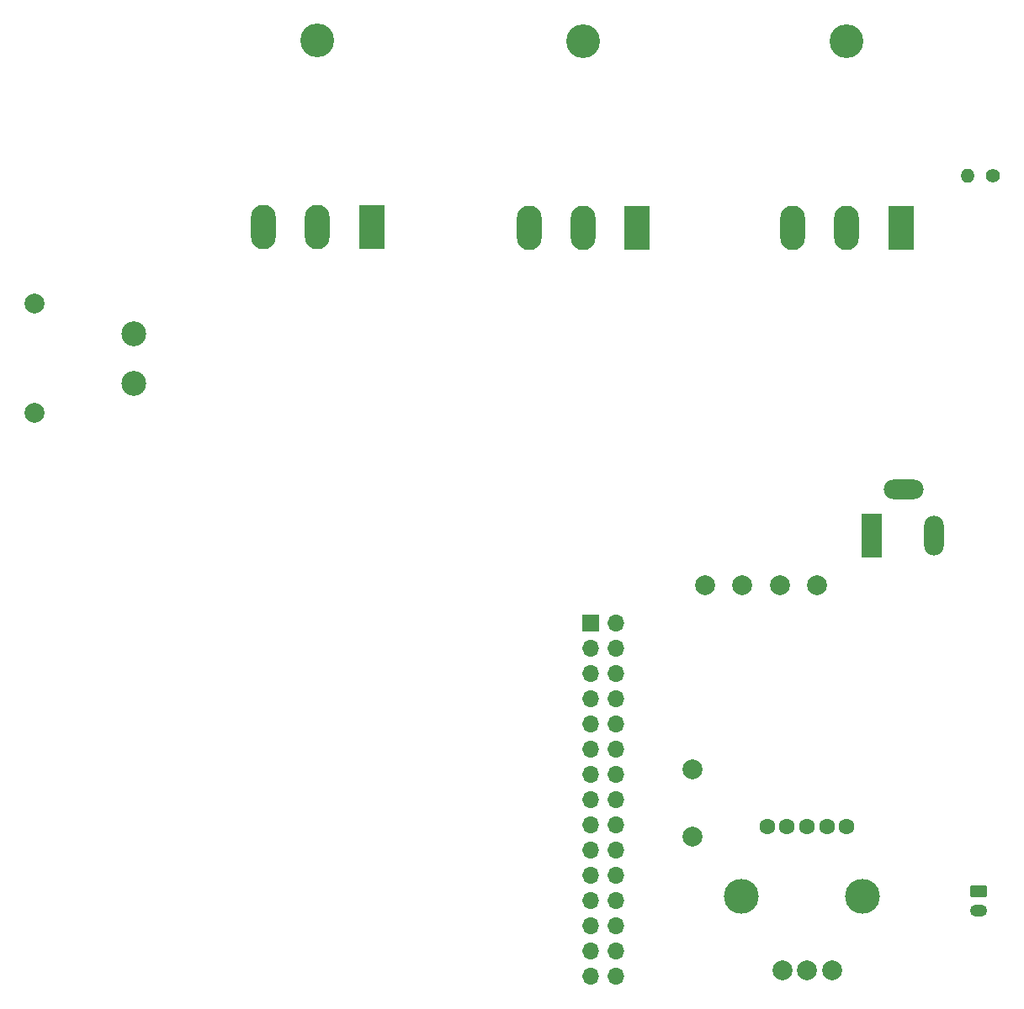
<source format=gbr>
%TF.GenerationSoftware,KiCad,Pcbnew,(7.0.0-rc1-56-g82a1175d72)*%
%TF.CreationDate,2023-05-08T22:11:16+09:00*%
%TF.ProjectId,E_Load,455f4c6f-6164-42e6-9b69-6361645f7063,rev?*%
%TF.SameCoordinates,Original*%
%TF.FileFunction,Soldermask,Bot*%
%TF.FilePolarity,Negative*%
%FSLAX46Y46*%
G04 Gerber Fmt 4.6, Leading zero omitted, Abs format (unit mm)*
G04 Created by KiCad (PCBNEW (7.0.0-rc1-56-g82a1175d72)) date 2023-05-08 22:11:16*
%MOMM*%
%LPD*%
G01*
G04 APERTURE LIST*
G04 Aperture macros list*
%AMRoundRect*
0 Rectangle with rounded corners*
0 $1 Rounding radius*
0 $2 $3 $4 $5 $6 $7 $8 $9 X,Y pos of 4 corners*
0 Add a 4 corners polygon primitive as box body*
4,1,4,$2,$3,$4,$5,$6,$7,$8,$9,$2,$3,0*
0 Add four circle primitives for the rounded corners*
1,1,$1+$1,$2,$3*
1,1,$1+$1,$4,$5*
1,1,$1+$1,$6,$7*
1,1,$1+$1,$8,$9*
0 Add four rect primitives between the rounded corners*
20,1,$1+$1,$2,$3,$4,$5,0*
20,1,$1+$1,$4,$5,$6,$7,0*
20,1,$1+$1,$6,$7,$8,$9,0*
20,1,$1+$1,$8,$9,$2,$3,0*%
G04 Aperture macros list end*
%ADD10R,1.700000X1.700000*%
%ADD11O,1.700000X1.700000*%
%ADD12C,2.000000*%
%ADD13R,2.000000X4.500000*%
%ADD14O,2.000000X4.000000*%
%ADD15O,4.000000X2.000000*%
%ADD16O,3.400000X3.400000*%
%ADD17R,2.500000X4.500000*%
%ADD18O,2.500000X4.500000*%
%ADD19C,1.600000*%
%ADD20C,3.500000*%
%ADD21RoundRect,0.250000X-0.625000X0.350000X-0.625000X-0.350000X0.625000X-0.350000X0.625000X0.350000X0*%
%ADD22O,1.750000X1.200000*%
%ADD23C,1.400000*%
%ADD24O,1.400000X1.400000*%
%ADD25C,2.500000*%
G04 APERTURE END LIST*
D10*
%TO.C,J4*%
X157459999Y-105299999D03*
D11*
X159999999Y-105299999D03*
X157459999Y-107839999D03*
X159999999Y-107839999D03*
X157459999Y-110379999D03*
X159999999Y-110379999D03*
X157459999Y-112919999D03*
X159999999Y-112919999D03*
X157459999Y-115459999D03*
X159999999Y-115459999D03*
X157459999Y-117999999D03*
X159999999Y-117999999D03*
X157459999Y-120539999D03*
X159999999Y-120539999D03*
X157459999Y-123079999D03*
X159999999Y-123079999D03*
X157459999Y-125619999D03*
X159999999Y-125619999D03*
X157459999Y-128159999D03*
X159999999Y-128159999D03*
X157459999Y-130699999D03*
X159999999Y-130699999D03*
X157459999Y-133239999D03*
X159999999Y-133239999D03*
X157459999Y-135779999D03*
X159999999Y-135779999D03*
X157459999Y-138319999D03*
X159999999Y-138319999D03*
X157459999Y-140859999D03*
X159999999Y-140859999D03*
%TD*%
D12*
%TO.C,TP5*%
X167750000Y-120000000D03*
%TD*%
%TO.C,TP6*%
X167750000Y-126750000D03*
%TD*%
%TO.C,TP2*%
X172750000Y-101500000D03*
%TD*%
%TO.C,TP4*%
X180250000Y-101500000D03*
%TD*%
D13*
%TO.C,J2*%
X185799999Y-96499999D03*
D14*
X191999999Y-96499999D03*
D15*
X188999999Y-91799999D03*
%TD*%
D16*
%TO.C,Q3*%
X156719999Y-46699999D03*
D17*
X162169999Y-65499999D03*
D18*
X156719999Y-65499999D03*
X151269999Y-65499999D03*
%TD*%
D19*
%TO.C,SW1*%
X175250000Y-125750000D03*
X177250000Y-125750000D03*
X179250000Y-125750000D03*
X181250000Y-125750000D03*
X183250000Y-125750000D03*
D12*
X176750000Y-140250000D03*
X181750000Y-140250000D03*
X179250000Y-140250000D03*
D20*
X172650000Y-132750000D03*
X184850000Y-132750000D03*
%TD*%
D16*
%TO.C,Q2*%
X129999999Y-46624999D03*
D17*
X135449999Y-65424999D03*
D18*
X129999999Y-65424999D03*
X124549999Y-65424999D03*
%TD*%
D16*
%TO.C,Q4*%
X183249999Y-46699999D03*
D17*
X188699999Y-65499999D03*
D18*
X183249999Y-65499999D03*
X177799999Y-65499999D03*
%TD*%
D21*
%TO.C,J3*%
X196550000Y-132250000D03*
D22*
X196549999Y-134249999D03*
%TD*%
D23*
%TO.C,TH1*%
X197970000Y-60250000D03*
D24*
X195429999Y-60249999D03*
%TD*%
D12*
%TO.C,TP1*%
X169000000Y-101500000D03*
%TD*%
%TO.C,TP3*%
X176500000Y-101500000D03*
%TD*%
%TO.C,J1*%
X101500000Y-84125000D03*
X101500000Y-73125000D03*
D25*
X111500000Y-81125000D03*
X111500000Y-76125000D03*
%TD*%
M02*

</source>
